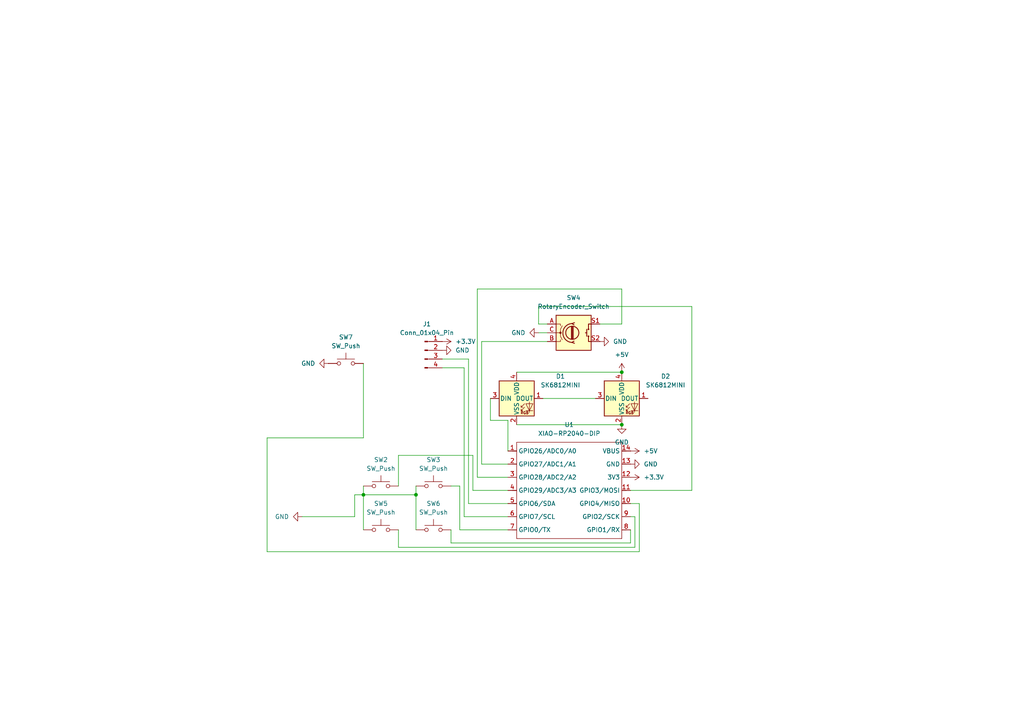
<source format=kicad_sch>
(kicad_sch (version 20250114) (generator "eeschema") (generator_version "9.0")
  (paper "A4")
  (lib_symbols
    (symbol "Connector:Conn_01x04_Pin" (pin_names (offset 1.016) (hide yes))
      (property "Reference" "J" (at 0 5.08 0))
      (property "Value" "Conn_01x04_Pin" (at 0 -7.62 0))
      (symbol "Conn_01x04_Pin_1_1"
        (rectangle (start 0.8636 2.667) (end 0 2.413) (stroke (width 0.1524)) (fill (type outline)))
        (rectangle (start 0.8636 0.127) (end 0 -0.127) (stroke (width 0.1524)) (fill (type outline)))
        (rectangle (start 0.8636 -2.413) (end 0 -2.667) (stroke (width 0.1524)) (fill (type outline)))
        (rectangle (start 0.8636 -4.953) (end 0 -5.207) (stroke (width 0.1524)) (fill (type outline)))
        (polyline (pts (xy 1.27 2.54) (xy 0.8636 2.54)) (stroke (width 0.1524)))
        (polyline (pts (xy 1.27 0) (xy 0.8636 0)) (stroke (width 0.1524)))
        (polyline (pts (xy 1.27 -2.54) (xy 0.8636 -2.54)) (stroke (width 0.1524)))
        (polyline (pts (xy 1.27 -5.08) (xy 0.8636 -5.08)) (stroke (width 0.1524)))
        (pin passive line (at 5.08 2.54 180) (length 3.81) (name "Pin_1") (number "1"))
        (pin passive line (at 5.08 0 180) (length 3.81) (name "Pin_2") (number "2"))
        (pin passive line (at 5.08 -2.54 180) (length 3.81) (name "Pin_3") (number "3"))
        (pin passive line (at 5.08 -5.08 180) (length 3.81) (name "Pin_4") (number "4"))
      )
    )
    (symbol "Device:RotaryEncoder_Switch" (pin_names (offset 0.254) (hide yes))
      (property "Reference" "SW" (at 0 6.604 0))
      (property "Value" "RotaryEncoder_Switch" (at 0 -6.604 0))
      (symbol "RotaryEncoder_Switch_0_1"
        (rectangle (start -5.08 5.08) (end 5.08 -5.08) (stroke (width 0.254)) (fill (type background)))
        (polyline (pts (xy -5.08 2.54) (xy -3.81 2.54) (xy -3.81 2.032)))
        (polyline (pts (xy -5.08 0) (xy -3.81 0) (xy -3.81 -1.016) (xy -3.302 -2.032)))
        (polyline (pts (xy -5.08 -2.54) (xy -3.81 -2.54) (xy -3.81 -2.032)))
        (polyline (pts (xy -4.318 0) (xy -3.81 0) (xy -3.81 1.016) (xy -3.302 2.032)))
        (circle (center -3.81 0) (radius 0.254) (fill (type outline)))
        (polyline (pts (xy -0.635 -1.778) (xy -0.635 1.778)) (stroke (width 0.254)))
        (circle (center -0.381 0) (radius 1.905) (stroke (width 0.254)))
        (polyline (pts (xy -0.381 -1.778) (xy -0.381 1.778)) (stroke (width 0.254)))
        (arc (start -0.381 -2.794) (mid -3.0988 -0.0635) (end -0.381 2.667) (stroke (width 0.254)))
        (polyline (pts (xy -0.127 1.778) (xy -0.127 -1.778)) (stroke (width 0.254)))
        (polyline (pts (xy 0.254 2.921) (xy -0.508 2.667) (xy 0.127 2.286)) (stroke (width 0.254)))
        (polyline (pts (xy 0.254 -3.048) (xy -0.508 -2.794) (xy 0.127 -2.413)) (stroke (width 0.254)))
        (polyline (pts (xy 3.81 1.016) (xy 3.81 -1.016)) (stroke (width 0.254)))
        (polyline (pts (xy 3.81 0) (xy 3.429 0)) (stroke (width 0.254)))
        (circle (center 4.318 1.016) (radius 0.127) (stroke (width 0.254)))
        (circle (center 4.318 -1.016) (radius 0.127) (stroke (width 0.254)))
        (polyline (pts (xy 5.08 2.54) (xy 4.318 2.54) (xy 4.318 1.016)) (stroke (width 0.254)))
        (polyline (pts (xy 5.08 -2.54) (xy 4.318 -2.54) (xy 4.318 -1.016)) (stroke (width 0.254)))
      )
      (symbol "RotaryEncoder_Switch_1_1"
        (pin passive line (at -7.62 2.54 0) (length 2.54) (name "A") (number "A"))
        (pin passive line (at -7.62 0 0) (length 2.54) (name "C") (number "C"))
        (pin passive line (at -7.62 -2.54 0) (length 2.54) (name "B") (number "B"))
        (pin passive line (at 7.62 2.54 180) (length 2.54) (name "S1") (number "S1"))
        (pin passive line (at 7.62 -2.54 180) (length 2.54) (name "S2") (number "S2"))
      )
    )
    (symbol "LED:SK6812MINI" (pin_names (offset 0.254))
      (property "Reference" "D" (at 5.08 5.715 0))
      (property "Value" "SK6812MINI" (at 1.27 -5.715 0))
      (symbol "SK6812MINI_0_0"
        (text "RGB" (at 2.286 -4.191 0) (effects (font (size 0.762 0.762))))
      )
      (symbol "SK6812MINI_0_1"
        (polyline (pts (xy 1.27 -2.54) (xy 1.778 -2.54)))
        (polyline (pts (xy 1.27 -3.556) (xy 1.778 -3.556)))
        (polyline (pts (xy 2.286 -1.524) (xy 1.27 -2.54) (xy 1.27 -2.032)))
        (polyline (pts (xy 2.286 -2.54) (xy 1.27 -3.556) (xy 1.27 -3.048)))
        (polyline (pts (xy 3.683 -1.016) (xy 3.683 -3.556) (xy 3.683 -4.064)))
        (polyline (pts (xy 4.699 -1.524) (xy 2.667 -1.524) (xy 3.683 -3.556) (xy 4.699 -1.524)))
        (polyline (pts (xy 4.699 -3.556) (xy 2.667 -3.556)))
        (rectangle (start 5.08 5.08) (end -5.08 -5.08) (stroke (width 0.254)) (fill (type background)))
      )
      (symbol "SK6812MINI_1_1"
        (pin input line (at -7.62 0 0) (length 2.54) (name "DIN") (number "3"))
        (pin power_in line (at 0 7.62 270) (length 2.54) (name "VDD") (number "4"))
        (pin power_in line (at 0 -7.62 90) (length 2.54) (name "VSS") (number "2"))
        (pin output line (at 7.62 0 180) (length 2.54) (name "DOUT") (number "1"))
      )
    )
    (symbol "OPL:XIAO-RP2040-DIP"
      (property "Reference" "U" (at 0 0 0))
      (property "Value" "XIAO-RP2040-DIP" (at 5.334 -1.778 0))
      (symbol "XIAO-RP2040-DIP_1_0"
        (polyline (pts (xy -1.27 -2.54) (xy 29.21 -2.54)) (stroke (width 0.1524)))
        (polyline (pts (xy -1.27 -5.08) (xy -2.54 -5.08)) (stroke (width 0.1524)))
        (polyline (pts (xy -1.27 -5.08) (xy -1.27 -2.54)) (stroke (width 0.1524)))
        (polyline (pts (xy -1.27 -8.89) (xy -2.54 -8.89)) (stroke (width 0.1524)))
        (polyline (pts (xy -1.27 -8.89) (xy -1.27 -5.08)) (stroke (width 0.1524)))
        (polyline (pts (xy -1.27 -12.7) (xy -2.54 -12.7)) (stroke (width 0.1524)))
        (polyline (pts (xy -1.27 -12.7) (xy -1.27 -8.89)) (stroke (width 0.1524)))
        (polyline (pts (xy -1.27 -16.51) (xy -2.54 -16.51)) (stroke (width 0.1524)))
        (polyline (pts (xy -1.27 -16.51) (xy -1.27 -12.7)) (stroke (width 0.1524)))
        (polyline (pts (xy -1.27 -20.32) (xy -2.54 -20.32)) (stroke (width 0.1524)))
        (polyline (pts (xy -1.27 -24.13) (xy -2.54 -24.13)) (stroke (width 0.1524)))
        (polyline (pts (xy -1.27 -27.94) (xy -2.54 -27.94)) (stroke (width 0.1524)))
        (polyline (pts (xy -1.27 -30.48) (xy -1.27 -16.51)) (stroke (width 0.1524)))
        (polyline (pts (xy 29.21 -2.54) (xy 29.21 -5.08)) (stroke (width 0.1524)))
        (polyline (pts (xy 29.21 -5.08) (xy 29.21 -8.89)) (stroke (width 0.1524)))
        (polyline (pts (xy 29.21 -8.89) (xy 29.21 -12.7)) (stroke (width 0.1524)))
        (polyline (pts (xy 29.21 -12.7) (xy 29.21 -30.48)) (stroke (width 0.1524)))
        (polyline (pts (xy 29.21 -30.48) (xy -1.27 -30.48)) (stroke (width 0.1524)))
        (polyline (pts (xy 30.48 -5.08) (xy 29.21 -5.08)) (stroke (width 0.1524)))
        (polyline (pts (xy 30.48 -8.89) (xy 29.21 -8.89)) (stroke (width 0.1524)))
        (polyline (pts (xy 30.48 -12.7) (xy 29.21 -12.7)) (stroke (width 0.1524)))
        (polyline (pts (xy 30.48 -16.51) (xy 29.21 -16.51)) (stroke (width 0.1524)))
        (polyline (pts (xy 30.48 -20.32) (xy 29.21 -20.32)) (stroke (width 0.1524)))
        (polyline (pts (xy 30.48 -24.13) (xy 29.21 -24.13)) (stroke (width 0.1524)))
        (polyline (pts (xy 30.48 -27.94) (xy 29.21 -27.94)) (stroke (width 0.1524)))
        (pin passive line (at -3.81 -5.08 0) (length 2.54) (name "GPIO26/ADC0/A0") (number "1"))
        (pin passive line (at -3.81 -8.89 0) (length 2.54) (name "GPIO27/ADC1/A1") (number "2"))
        (pin passive line (at -3.81 -12.7 0) (length 2.54) (name "GPIO28/ADC2/A2") (number "3"))
        (pin passive line (at -3.81 -16.51 0) (length 2.54) (name "GPIO29/ADC3/A3") (number "4"))
        (pin passive line (at -3.81 -20.32 0) (length 2.54) (name "GPIO6/SDA") (number "5"))
        (pin passive line (at -3.81 -24.13 0) (length 2.54) (name "GPIO7/SCL") (number "6"))
        (pin passive line (at -3.81 -27.94 0) (length 2.54) (name "GPIO0/TX") (number "7"))
        (pin passive line (at 31.75 -5.08 180) (length 2.54) (name "VBUS") (number "14"))
        (pin passive line (at 31.75 -8.89 180) (length 2.54) (name "GND") (number "13"))
        (pin passive line (at 31.75 -12.7 180) (length 2.54) (name "3V3") (number "12"))
        (pin passive line (at 31.75 -16.51 180) (length 2.54) (name "GPIO3/MOSI") (number "11"))
        (pin passive line (at 31.75 -20.32 180) (length 2.54) (name "GPIO4/MISO") (number "10"))
        (pin passive line (at 31.75 -24.13 180) (length 2.54) (name "GPIO2/SCK") (number "9"))
        (pin passive line (at 31.75 -27.94 180) (length 2.54) (name "GPIO1/RX") (number "8"))
      )
    )
    (symbol "Switch:SW_Push" (pin_numbers (hide yes)) (pin_names (offset 1.016) (hide yes))
      (property "Reference" "SW" (at 1.27 2.54 0))
      (property "Value" "SW_Push" (at 0 -1.524 0))
      (symbol "SW_Push_0_1"
        (circle (center -2.032 0) (radius 0.508))
        (polyline (pts (xy 0 1.27) (xy 0 3.048)))
        (circle (center 2.032 0) (radius 0.508))
        (polyline (pts (xy 2.54 1.27) (xy -2.54 1.27)))
        (pin passive line (at -5.08 0 0) (length 2.54) (name "1") (number "1"))
        (pin passive line (at 5.08 0 180) (length 2.54) (name "2") (number "2"))
      )
    )
    (symbol "power:+3.3V" (power) (pin_numbers (hide yes)) (pin_names (offset 0) (hide yes))
      (property "Value" "+3.3V" (at 0 3.556 0))
      (symbol "+3.3V_0_1"
        (polyline (pts (xy -0.762 1.27) (xy 0 2.54)))
        (polyline (pts (xy 0 2.54) (xy 0.762 1.27)))
        (polyline (pts (xy 0 0) (xy 0 2.54)))
      )
      (symbol "+3.3V_1_1"
        (pin power_in line (at 0 0 90) (length 0) (name "~") (number "1"))
      )
    )
    (symbol "power:+5V" (power) (pin_numbers (hide yes)) (pin_names (offset 0) (hide yes))
      (property "Value" "+5V" (at 0 3.556 0))
      (symbol "+5V_0_1"
        (polyline (pts (xy -0.762 1.27) (xy 0 2.54)))
        (polyline (pts (xy 0 2.54) (xy 0.762 1.27)))
        (polyline (pts (xy 0 0) (xy 0 2.54)))
      )
      (symbol "+5V_1_1"
        (pin power_in line (at 0 0 90) (length 0) (name "~") (number "1"))
      )
    )
    (symbol "power:GND" (power) (pin_numbers (hide yes)) (pin_names (offset 0) (hide yes))
      (property "Value" "GND" (at 0 -3.81 0))
      (symbol "GND_0_1"
        (polyline (pts (xy 0 0) (xy 0 -1.27) (xy 1.27 -1.27) (xy 0 -2.54) (xy -1.27 -1.27) (xy 0 -1.27)))
      )
      (symbol "GND_1_1"
        (pin power_in line (at 0 0 270) (length 0) (name "~") (number "1"))
      )
    )
  )
  (junction (at 180.34 107.95))
  (junction (at 180.34 123.19))
  (junction (at 120.65 143.51))
  (junction (at 105.41 143.51))
  (wire (pts (xy 147.32 149.86) (xy 134.62 149.86)))
  (wire (pts (xy 135.89 104.14) (xy 135.89 146.05)))
  (wire (pts (xy 134.62 149.86) (xy 134.62 106.68)))
  (wire (pts (xy 115.57 132.08) (xy 137.16 132.08)))
  (wire (pts (xy 102.87 143.51) (xy 105.41 143.51)))
  (wire (pts (xy 180.34 93.98) (xy 173.99 93.98)))
  (wire (pts (xy 130.81 157.48) (xy 182.88 157.48)))
  (wire (pts (xy 147.32 134.62) (xy 139.7 134.62)))
  (wire (pts (xy 77.47 127) (xy 105.41 127)))
  (wire (pts (xy 149.86 107.95) (xy 180.34 107.95)))
  (wire (pts (xy 137.16 142.24) (xy 147.32 142.24)))
  (wire (pts (xy 156.21 93.98) (xy 158.75 93.98)))
  (wire (pts (xy 134.62 106.68) (xy 128.27 106.68)))
  (wire (pts (xy 182.88 142.24) (xy 200.66 142.24)))
  (wire (pts (xy 184.15 158.75) (xy 115.57 158.75)))
  (wire (pts (xy 133.35 140.97) (xy 130.81 140.97)))
  (wire (pts (xy 147.32 138.43) (xy 138.43 138.43)))
  (wire (pts (xy 185.42 146.05) (xy 185.42 160.02)))
  (wire (pts (xy 105.41 143.51) (xy 105.41 153.67)))
  (wire (pts (xy 115.57 158.75) (xy 115.57 153.67)))
  (wire (pts (xy 200.66 142.24) (xy 200.66 88.9)))
  (wire (pts (xy 120.65 140.97) (xy 120.65 143.51)))
  (wire (pts (xy 182.88 149.86) (xy 184.15 149.86)))
  (wire (pts (xy 105.41 127) (xy 105.41 105.41)))
  (wire (pts (xy 128.27 104.14) (xy 135.89 104.14)))
  (wire (pts (xy 130.81 153.67) (xy 130.81 157.48)))
  (wire (pts (xy 139.7 99.06) (xy 158.75 99.06)))
  (wire (pts (xy 147.32 130.81) (xy 147.32 121.92)))
  (wire (pts (xy 105.41 143.51) (xy 120.65 143.51)))
  (wire (pts (xy 156.21 88.9) (xy 156.21 93.98)))
  (wire (pts (xy 139.7 134.62) (xy 139.7 99.06)))
  (wire (pts (xy 185.42 160.02) (xy 77.47 160.02)))
  (wire (pts (xy 180.34 83.82) (xy 180.34 93.98)))
  (wire (pts (xy 138.43 138.43) (xy 138.43 83.82)))
  (wire (pts (xy 147.32 153.67) (xy 133.35 153.67)))
  (wire (pts (xy 142.24 121.92) (xy 142.24 115.57)))
  (wire (pts (xy 115.57 140.97) (xy 115.57 132.08)))
  (wire (pts (xy 137.16 132.08) (xy 137.16 142.24)))
  (wire (pts (xy 138.43 83.82) (xy 180.34 83.82)))
  (wire (pts (xy 105.41 140.97) (xy 105.41 143.51)))
  (wire (pts (xy 133.35 153.67) (xy 133.35 140.97)))
  (wire (pts (xy 149.86 123.19) (xy 180.34 123.19)))
  (wire (pts (xy 147.32 121.92) (xy 142.24 121.92)))
  (wire (pts (xy 120.65 143.51) (xy 120.65 153.67)))
  (wire (pts (xy 135.89 146.05) (xy 147.32 146.05)))
  (wire (pts (xy 156.21 96.52) (xy 158.75 96.52)))
  (wire (pts (xy 182.88 146.05) (xy 185.42 146.05)))
  (wire (pts (xy 184.15 149.86) (xy 184.15 158.75)))
  (wire (pts (xy 102.87 143.51) (xy 102.87 149.86)))
  (wire (pts (xy 77.47 160.02) (xy 77.47 127)))
  (wire (pts (xy 87.63 149.86) (xy 102.87 149.86)))
  (wire (pts (xy 157.48 115.57) (xy 172.72 115.57)))
  (wire (pts (xy 200.66 88.9) (xy 156.21 88.9)))
  (wire (pts (xy 182.88 153.67) (xy 182.88 157.48)))
  (symbol (lib_id "power:+5V") (at 180.34 107.95 0) (unit 1)
    (property "Reference" "#PWR04" (effects (hide yes)))
    (property "Value" "+5V" (at 180.34 102.87 0))
    (property "Description" "Power symbol creates a global label with name \"+5V\"" (effects (hide yes)))
  )
  (symbol (lib_id "power:+3.3V") (at 128.27 99.06 270) (unit 1)
    (property "Reference" "#PWR08" (effects (hide yes)))
    (property "Value" "+3.3V" (at 132.08 99.0599 90) (effects (justify left)))
    (property "Description" "Power symbol creates a global label with name \"+3.3V\"" (effects (hide yes)))
  )
  (symbol (lib_id "Switch:SW_Push") (at 125.73 153.67 0) (unit 1)
    (property "Reference" "SW6" (at 125.73 146.05 0))
    (property "Value" "SW_Push" (at 125.73 148.59 0))
    (property "Footprint" "Button_Switch_Keyboard:SW_Cherry_MX_1.00u_PCB" (effects (hide yes)))
    (property "Description" "Push button switch, generic, two pins" (effects (hide yes)))
  )
  (symbol (lib_id "Switch:SW_Push") (at 100.33 105.41 0) (unit 1)
    (property "Reference" "SW7" (at 100.33 97.79 0))
    (property "Value" "SW_Push" (at 100.33 100.33 0))
    (property "Footprint" "Button_Switch_Keyboard:SW_Cherry_MX_1.00u_PCB" (effects (hide yes)))
    (property "Description" "Push button switch, generic, two pins" (effects (hide yes)))
  )
  (symbol (lib_id "power:+3.3V") (at 182.88 138.43 270) (unit 1)
    (property "Reference" "#PWR010" (effects (hide yes)))
    (property "Value" "+3.3V" (at 186.69 138.4299 90) (effects (justify left)))
    (property "Description" "Power symbol creates a global label with name \"+3.3V\"" (effects (hide yes)))
  )
  (symbol (lib_id "LED:SK6812MINI") (at 180.34 115.57 0) (unit 1)
    (property "Reference" "D2" (at 193.04 109.1498 0))
    (property "Value" "SK6812MINI" (at 193.04 111.6898 0))
    (property "Footprint" "LED_SMD:LED_SK6812MINI_PLCC4_3.5x3.5mm_P1.75mm" (effects (hide yes)))
    (property "Datasheet" "https://cdn-shop.adafruit.com/product-files/2686/SK6812MINI_REV.01-1-2.pdf" (effects (hide yes)))
    (property "Description" "RGB LED with integrated controller" (effects (hide yes)))
  )
  (symbol (lib_id "power:+5V") (at 182.88 130.81 270) (unit 1)
    (property "Reference" "#PWR03" (effects (hide yes)))
    (property "Value" "+5V" (at 186.69 130.8099 90) (effects (justify left)))
    (property "Description" "Power symbol creates a global label with name \"+5V\"" (effects (hide yes)))
  )
  (symbol (lib_id "power:GND") (at 128.27 101.6 90) (unit 1)
    (property "Reference" "#PWR07" (effects (hide yes)))
    (property "Value" "GND" (at 132.08 101.5999 90) (effects (justify right)))
    (property "Description" "Power symbol creates a global label with name \"GND\" , ground" (effects (hide yes)))
  )
  (symbol (lib_id "Switch:SW_Push") (at 125.73 140.97 0) (unit 1)
    (property "Reference" "SW3" (at 125.73 133.35 0))
    (property "Value" "SW_Push" (at 125.73 135.89 0))
    (property "Footprint" "Button_Switch_Keyboard:SW_Cherry_MX_1.00u_PCB" (effects (hide yes)))
    (property "Description" "Push button switch, generic, two pins" (effects (hide yes)))
  )
  (symbol (lib_id "power:GND") (at 173.99 99.06 90) (unit 1)
    (property "Reference" "#PWR011" (effects (hide yes)))
    (property "Value" "GND" (at 177.8 99.0599 90) (effects (justify right)))
    (property "Description" "Power symbol creates a global label with name \"GND\" , ground" (effects (hide yes)))
  )
  (symbol (lib_id "OPL:XIAO-RP2040-DIP") (at 151.13 125.73 0) (unit 1)
    (property "Reference" "U1" (at 165.1 123.19 0))
    (property "Value" "XIAO-RP2040-DIP" (at 165.1 125.73 0))
    (property "Footprint" "OPL:XIAO-RP2040-DIP" (effects (hide yes)))
  )
  (symbol (lib_id "power:GND") (at 182.88 134.62 90) (unit 1)
    (property "Reference" "#PWR02" (effects (hide yes)))
    (property "Value" "GND" (at 186.69 134.6199 90) (effects (justify right)))
    (property "Description" "Power symbol creates a global label with name \"GND\" , ground" (effects (hide yes)))
  )
  (symbol (lib_id "Device:RotaryEncoder_Switch") (at 166.37 96.52 0) (unit 1)
    (property "Reference" "SW4" (at 166.37 86.36 0))
    (property "Value" "RotaryEncoder_Switch" (at 166.37 88.9 0))
    (property "Footprint" "Rotary_Encoder:RotaryEncoder_Alps_EC11E-Switch_Vertical_H20mm" (effects (hide yes)))
    (property "Description" "Rotary encoder, dual channel, incremental quadrate outputs, with switch" (effects (hide yes)))
  )
  (symbol (lib_id "power:GND") (at 180.34 123.19 0) (unit 1)
    (property "Reference" "#PWR05" (effects (hide yes)))
    (property "Value" "GND" (at 180.34 128.27 0))
    (property "Description" "Power symbol creates a global label with name \"GND\" , ground" (effects (hide yes)))
  )
  (symbol (lib_id "LED:SK6812MINI") (at 149.86 115.57 0) (unit 1)
    (property "Reference" "D1" (at 162.56 109.1498 0))
    (property "Value" "SK6812MINI" (at 162.56 111.6898 0))
    (property "Footprint" "LED_SMD:LED_SK6812MINI_PLCC4_3.5x3.5mm_P1.75mm" (effects (hide yes)))
    (property "Datasheet" "https://cdn-shop.adafruit.com/product-files/2686/SK6812MINI_REV.01-1-2.pdf" (effects (hide yes)))
    (property "Description" "RGB LED with integrated controller" (effects (hide yes)))
  )
  (symbol (lib_id "Switch:SW_Push") (at 110.49 140.97 0) (unit 1)
    (property "Reference" "SW2" (at 110.49 133.35 0))
    (property "Value" "SW_Push" (at 110.49 135.89 0))
    (property "Footprint" "Button_Switch_Keyboard:SW_Cherry_MX_1.00u_PCB" (effects (hide yes)))
    (property "Description" "Push button switch, generic, two pins" (effects (hide yes)))
  )
  (symbol (lib_id "power:GND") (at 87.63 149.86 270) (unit 1)
    (property "Reference" "#PWR01" (effects (hide yes)))
    (property "Value" "GND" (at 83.82 149.8599 90) (effects (justify right)))
    (property "Description" "Power symbol creates a global label with name \"GND\" , ground" (effects (hide yes)))
  )
  (symbol (lib_id "power:GND") (at 156.21 96.52 270) (unit 1)
    (property "Reference" "#PWR09" (effects (hide yes)))
    (property "Value" "GND" (at 152.4 96.5199 90) (effects (justify right)))
    (property "Description" "Power symbol creates a global label with name \"GND\" , ground" (effects (hide yes)))
  )
  (symbol (lib_id "power:GND") (at 95.25 105.41 270) (unit 1)
    (property "Reference" "#PWR06" (effects (hide yes)))
    (property "Value" "GND" (at 91.44 105.4099 90) (effects (justify right)))
    (property "Description" "Power symbol creates a global label with name \"GND\" , ground" (effects (hide yes)))
  )
  (symbol (lib_id "Connector:Conn_01x04_Pin") (at 123.19 101.6 0) (unit 1)
    (property "Reference" "J1" (at 123.825 93.98 0))
    (property "Value" "Conn_01x04_Pin" (at 123.825 96.52 0))
    (property "Footprint" "KiCad-SSD1306-0.91-OLED-4pin-128x32.pretty-master:SSD1306-0.91-OLED-4pin-128x32" (effects (hide yes)))
    (property "Description" "Generic connector, single row, 01x04, script generated" (effects (hide yes)))
  )
  (symbol (lib_id "Switch:SW_Push") (at 110.49 153.67 0) (unit 1)
    (property "Reference" "SW5" (at 110.49 146.05 0))
    (property "Value" "SW_Push" (at 110.49 148.59 0))
    (property "Footprint" "Button_Switch_Keyboard:SW_Cherry_MX_1.00u_PCB" (effects (hide yes)))
    (property "Description" "Push button switch, generic, two pins" (effects (hide yes)))
  )
)
</source>
